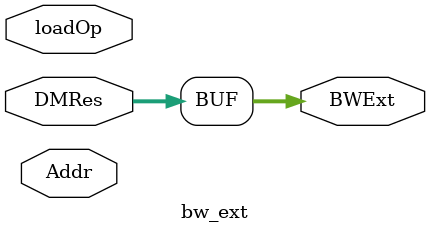
<source format=v>
`timescale 1ns / 1ps
module bw_ext(
	 input [31:0] DMRes,
	 input [1:0] Addr,
	 input [5:0] loadOp,
	 output reg [31:0] BWExt
    );
				
always @ (*) begin
	BWExt = DMRes;
end


endmodule

</source>
